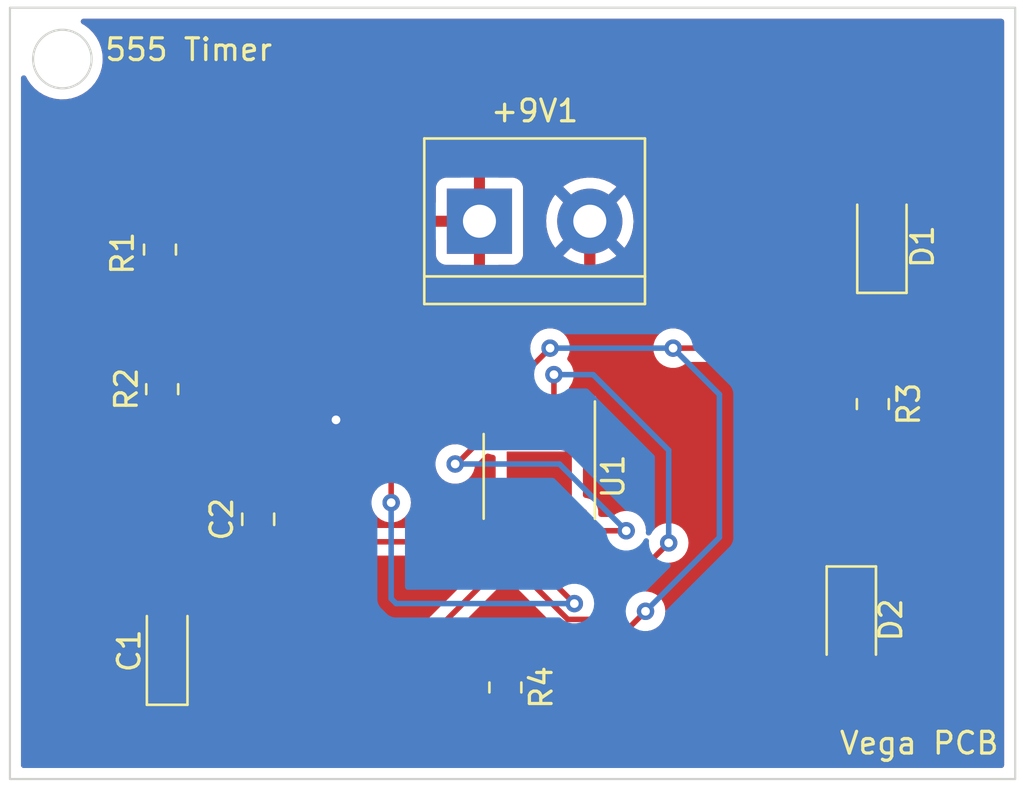
<source format=kicad_pcb>
(kicad_pcb (version 20211014) (generator pcbnew)
  (layers (0 "F.Cu" signal) (31 "B.Cu" signal) (34 "B.Paste" user) (35 "F.Paste" user) (36 "B.SilkS" user "B.Silkscreen") (37 "F.SilkS" user "F.Silkscreen") (38 "B.Mask" user) (39 "F.Mask" user) (44 "Edge.Cuts" user))
  (net 0 "")
  (net 1 "+9V")
  (net 2 "GND")
  (net 3 "Net-(C2-Pad1)")
  (net 4 "/pin_2")
  (net 5 "Net-(D1-Pad1)")
  (net 6 "/pin_7")
  (net 7 "/pin_3")
  (net 8 "Net-(R4-Pad2)")
  (footprint "Resistor_SMD:R_0805_2012Metric_Pad1.20x1.40mm_HandSolder" (layer "F.Cu") (at 205.613 122.7168 -90)
    (fp_text reference "R1" (at 0.1684 1.7272 90) (layer "F.SilkS"))
    (fp_text value "1k")
    (fp_line (start -0.227064 0.735) (end 0.227064 0.735) (layer "F.SilkS") (width 0.12))
    (fp_line (start -0.227064 -0.735) (end 0.227064 -0.735) (layer "F.SilkS") (width 0.12))
    (pad "1" smd roundrect (at -1 0 270) (size 1.2 1.4) (layers "F.Cu" "F.Paste" "F.Mask") (roundrect_rratio 0.2083333333) (net 1 "+9V"))
    (pad "2" smd roundrect (at 1 0 270) (size 1.2 1.4) (layers "F.Cu" "F.Paste" "F.Mask") (roundrect_rratio 0.2083333333) (net 6 "/pin_7"))
  )
  (footprint "Package_SO:SOIC-8-1EP_3.9x4.9mm_P1.27mm_EP2.29x3mm" (layer "F.Cu") (at 223.0748 133.158 -90)
    (fp_text reference "U1" (at 0 -3.4 90) (layer "F.SilkS"))
    (fp_text value "U1")
    (fp_line (start 0 -2.56) (end 1.95 -2.56) (layer "F.SilkS") (width 0.12))
    (fp_line (start 0 2.56) (end 1.95 2.56) (layer "F.SilkS") (width 0.12))
    (fp_line (start 0 2.56) (end -1.95 2.56) (layer "F.SilkS") (width 0.12))
    (fp_line (start 0 -2.56) (end -3.45 -2.56) (layer "F.SilkS") (width 0.12))
    (pad "1" smd roundrect (at -2.475 -1.905 270) (size 1.95 0.6) (layers "F.Cu" "F.Paste" "F.Mask") (net 2 "GND"))
    (pad "2" smd roundrect (at -2.475 -0.635 270) (size 1.95 0.6) (layers "F.Cu" "F.Paste" "F.Mask") (net 4 "/pin_2"))
    (pad "3" smd roundrect (at -2.475 0.635 270) (size 1.95 0.6) (layers "F.Cu" "F.Paste" "F.Mask") (net 7 "/pin_3"))
    (pad "4" smd roundrect (at -2.475 1.905 270) (size 1.95 0.6) (layers "F.Cu" "F.Paste" "F.Mask") (net 1 "+9V"))
    (pad "5" smd roundrect (at 2.475 1.905 270) (size 1.95 0.6) (layers "F.Cu" "F.Paste" "F.Mask") (net 3 "Net-(C2-Pad1)"))
    (pad "6" smd roundrect (at 2.475 0.635 270) (size 1.95 0.6) (layers "F.Cu" "F.Paste" "F.Mask") (net 4 "/pin_2"))
    (pad "7" smd roundrect (at 2.475 -0.635 270) (size 1.95 0.6) (layers "F.Cu" "F.Paste" "F.Mask") (net 6 "/pin_7"))
    (pad "8" smd roundrect (at 2.475 -1.905 270) (size 1.95 0.6) (layers "F.Cu" "F.Paste" "F.Mask") (net 1 "+9V"))
    (pad "9" smd rect (at 0 0 270) (size 2.29 3) (layers "F.Cu" "F.Mask"))
  )
  (footprint "LED_SMD:LED_1206_3216Metric_Pad1.42x1.75mm_HandSolder" (layer "F.Cu") (at 237.4392 139.7651 -90)
    (fp_text reference "D2" (at 0 -1.82 90) (layer "F.SilkS"))
    (fp_text value "LED")
    (fp_line (start 1.6 -1.135) (end -2.46 -1.135) (layer "F.SilkS") (width 0.12))
    (fp_line (start -2.46 -1.135) (end -2.46 1.135) (layer "F.SilkS") (width 0.12))
    (fp_line (start -2.46 1.135) (end 1.6 1.135) (layer "F.SilkS") (width 0.12))
    (pad "1" smd roundrect (at -1.4875 0 270) (size 1.425 1.75) (layers "F.Cu" "F.Paste" "F.Mask") (roundrect_rratio 0.1754392982) (net 2 "GND"))
    (pad "2" smd roundrect (at 1.4875 0 270) (size 1.425 1.75) (layers "F.Cu" "F.Paste" "F.Mask") (roundrect_rratio 0.1754392982) (net 8 "Net-(R4-Pad2)"))
  )
  (footprint "Capacitor_Tantalum_SMD:CP_EIA-3216-18_Kemet-A_Pad1.58x1.35mm_HandSolder" (layer "F.Cu") (at 205.9432 141.1883 90)
    (fp_text reference "C1" (at 0 -1.75 90) (layer "F.SilkS"))
    (fp_text value "10µF")
    (fp_line (start 1.6 -0.935) (end -2.485 -0.935) (layer "F.SilkS") (width 0.12))
    (fp_line (start -2.485 0.935) (end 1.6 0.935) (layer "F.SilkS") (width 0.12))
    (fp_line (start -2.485 -0.935) (end -2.485 0.935) (layer "F.SilkS") (width 0.12))
    (pad "1" smd roundrect (at -1.4375 0 90) (size 1.575 1.35) (layers "F.Cu" "F.Paste" "F.Mask") (roundrect_rratio 0.1851851852) (net 4 "/pin_2"))
    (pad "2" smd roundrect (at 1.4375 0 90) (size 1.575 1.35) (layers "F.Cu" "F.Paste" "F.Mask") (roundrect_rratio 0.1851851852) (net 2 "GND"))
  )
  (footprint "Resistor_SMD:R_0805_2012Metric_Pad1.20x1.40mm_HandSolder" (layer "F.Cu") (at 238.4298 129.8288 -90)
    (fp_text reference "R3" (at 0 -1.65 90) (layer "F.SilkS"))
    (fp_text value "1k")
    (fp_line (start -0.227064 0.735) (end 0.227064 0.735) (layer "F.SilkS") (width 0.12))
    (fp_line (start -0.227064 -0.735) (end 0.227064 -0.735) (layer "F.SilkS") (width 0.12))
    (pad "1" smd roundrect (at -1 0 270) (size 1.2 1.4) (layers "F.Cu" "F.Paste" "F.Mask") (roundrect_rratio 0.2083333333) (net 5 "Net-(D1-Pad1)"))
    (pad "2" smd roundrect (at 1 0 270) (size 1.2 1.4) (layers "F.Cu" "F.Paste" "F.Mask") (roundrect_rratio 0.2083333333) (net 7 "/pin_3"))
  )
  (footprint "LED_SMD:LED_1206_3216Metric_Pad1.42x1.75mm_HandSolder" (layer "F.Cu") (at 238.8473 122.2502 90)
    (fp_text reference "D1" (at -0.3302 1.8685 90) (layer "F.SilkS"))
    (fp_text value "LED")
    (fp_line (start -2.46 -1.135) (end -2.46 1.135) (layer "F.SilkS") (width 0.12))
    (fp_line (start 1.6 -1.135) (end -2.46 -1.135) (layer "F.SilkS") (width 0.12))
    (fp_line (start -2.46 1.135) (end 1.6 1.135) (layer "F.SilkS") (width 0.12))
    (pad "1" smd roundrect (at -1.4875 0 90) (size 1.425 1.75) (layers "F.Cu" "F.Paste" "F.Mask") (roundrect_rratio 0.1754392982) (net 5 "Net-(D1-Pad1)"))
    (pad "2" smd roundrect (at 1.4875 0 90) (size 1.425 1.75) (layers "F.Cu" "F.Paste" "F.Mask") (roundrect_rratio 0.1754392982) (net 1 "+9V"))
  )
  (footprint "Resistor_SMD:R_0805_2012Metric_Pad1.20x1.40mm_HandSolder" (layer "F.Cu") (at 205.7146 129.143 90)
    (fp_text reference "R2" (at 0 -1.65 90) (layer "F.SilkS"))
    (fp_text value "10k")
    (fp_line (start -0.227064 -0.735) (end 0.227064 -0.735) (layer "F.SilkS") (width 0.12))
    (fp_line (start -0.227064 0.735) (end 0.227064 0.735) (layer "F.SilkS") (width 0.12))
    (pad "1" smd roundrect (at -1 0 90) (size 1.2 1.4) (layers "F.Cu" "F.Paste" "F.Mask") (roundrect_rratio 0.2083333333) (net 6 "/pin_7"))
    (pad "2" smd roundrect (at 1 0 90) (size 1.2 1.4) (layers "F.Cu" "F.Paste" "F.Mask") (roundrect_rratio 0.2083333333) (net 4 "/pin_2"))
  )
  (footprint "Resistor_SMD:R_0805_2012Metric_Pad1.20x1.40mm_HandSolder" (layer "F.Cu") (at 221.5134 142.875 -90)
    (fp_text reference "R4" (at 0 -1.65 90) (layer "F.SilkS"))
    (fp_text value "1k")
    (fp_line (start -0.227064 -0.735) (end 0.227064 -0.735) (layer "F.SilkS") (width 0.12))
    (fp_line (start -0.227064 0.735) (end 0.227064 0.735) (layer "F.SilkS") (width 0.12))
    (pad "1" smd roundrect (at -1 0 270) (size 1.2 1.4) (layers "F.Cu" "F.Paste" "F.Mask") (roundrect_rratio 0.2083333333) (net 7 "/pin_3"))
    (pad "2" smd roundrect (at 1 0 270) (size 1.2 1.4) (layers "F.Cu" "F.Paste" "F.Mask") (roundrect_rratio 0.2083333333) (net 8 "Net-(R4-Pad2)"))
  )
  (footprint "TerminalBlock:TerminalBlock_bornier-2_P5.08mm" (layer "F.Cu") (at 220.3196 121.412)
    (fp_text reference "+9V1" (at 2.54 -5.08) (layer "F.SilkS"))
    (fp_text value "Conn_01x02_Male")
    (fp_line (start -2.54 3.81) (end 7.62 3.81) (layer "F.SilkS") (width 0.12))
    (fp_line (start 7.62 2.54) (end -2.54 2.54) (layer "F.SilkS") (width 0.12))
    (fp_line (start 7.62 -3.81) (end -2.54 -3.81) (layer "F.SilkS") (width 0.12))
    (fp_line (start -2.54 -3.81) (end -2.54 3.81) (layer "F.SilkS") (width 0.12))
    (fp_line (start 7.62 3.81) (end 7.62 -3.81) (layer "F.SilkS") (width 0.12))
    (pad "1" thru_hole rect (at 0 0) (size 3 3) (drill 1.52) (layers *.Cu *.Mask) (net 1 "+9V"))
    (pad "2" thru_hole circle (at 5.08 0) (size 3 3) (drill 1.52) (layers *.Cu *.Mask) (net 2 "GND"))
  )
  (footprint "Capacitor_SMD:C_0805_2012Metric_Pad1.18x1.45mm_HandSolder" (layer "F.Cu") (at 210.1342 135.1319 90)
    (fp_text reference "C2" (at 0 -1.68 90) (layer "F.SilkS"))
    (fp_text value "0.01µF")
    (fp_line (start -0.261252 -0.735) (end 0.261252 -0.735) (layer "F.SilkS") (width 0.12))
    (fp_line (start -0.261252 0.735) (end 0.261252 0.735) (layer "F.SilkS") (width 0.12))
    (pad "1" smd roundrect (at -1.0375 0 90) (size 1.175 1.45) (layers "F.Cu" "F.Paste" "F.Mask") (roundrect_rratio 0.2127659574) (net 3 "Net-(C2-Pad1)"))
    (pad "2" smd roundrect (at 1.0375 0 90) (size 1.175 1.45) (layers "F.Cu" "F.Paste" "F.Mask") (roundrect_rratio 0.2127659574) (net 2 "GND"))
  )
  (gr_circle (center 201.1172 113.9444) (end 202.465316 113.9444) (layer "Edge.Cuts") (width 0.1) (fill none))
  (gr_rect (start 198.7042 111.5822) (end 244.983 147.0914) (layer "Edge.Cuts") (width 0.1) (fill none))
  (gr_text "Vega PCB" (at 240.5634 145.4404) (layer "F.SilkS") (effects (font (size 1 1))))
  (gr_text "555 Timer" (at 206.9338 113.5126) (layer "F.SilkS") (effects (font (size 1 1))))
  (segment (start 220.3196 113.792) (end 231.8766 113.792) (width 0.508) (layer "F.Cu") (net 1))
  (segment (start 219.202 132.588) (end 219.2648 132.588) (width 0.254) (layer "F.Cu") (net 1))
  (segment (start 205.9178 121.412) (end 205.613 121.7168) (width 0.508) (layer "F.Cu") (net 1))
  (segment (start 225.0082 135.6614) (end 227.076 135.6614) (width 0.254) (layer "F.Cu") (net 1))
  (segment (start 220.3196 129.8328) (end 221.1698 130.683) (width 0.508) (layer "F.Cu") (net 1))
  (segment (start 220.3196 121.412) (end 205.9178 121.412) (width 0.508) (layer "F.Cu") (net 1))
  (segment (start 224.9798 135.633) (end 225.0082 135.6614) (width 0.254) (layer "F.Cu") (net 1))
  (segment (start 220.3196 121.412) (end 220.3196 129.8328) (width 0.508) (layer "F.Cu") (net 1))
  (segment (start 220.3196 121.412) (end 220.3196 113.792) (width 0.508) (layer "F.Cu") (net 1))
  (segment (start 219.2648 132.588) (end 221.1698 130.683) (width 0.254) (layer "F.Cu") (net 1))
  (segment (start 231.8766 113.792) (end 238.8473 120.7627) (width 0.508) (layer "F.Cu") (net 1))
  (via (at 219.202 132.588) (size 0.8) (drill 0.4) (layers "F.Cu" "B.Cu") (net 1))
  (via (at 227.076 135.6614) (size 0.8) (drill 0.4) (layers "F.Cu" "B.Cu") (net 1))
  (segment (start 224.0026 132.588) (end 219.202 132.588) (width 0.254) (layer "B.Cu") (net 1))
  (segment (start 227.076 135.6614) (end 224.0026 132.588) (width 0.254) (layer "B.Cu") (net 1))
  (segment (start 232.5744 138.2776) (end 224.9798 130.683) (width 0.254) (layer "F.Cu") (net 2))
  (segment (start 210.1596 130.6322) (end 210.2358 130.556) (width 0.254) (layer "F.Cu") (net 2))
  (segment (start 210.1342 134.0944) (end 210.1596 134.069) (width 0.254) (layer "F.Cu") (net 2))
  (segment (start 225.3996 121.412) (end 225.3996 126.238) (width 0.508) (layer "F.Cu") (net 2))
  (segment (start 225.3996 126.238) (end 237.4392 138.2776) (width 0.508) (layer "F.Cu") (net 2))
  (segment (start 225.3996 130.2632) (end 224.9798 130.683) (width 0.508) (layer "F.Cu") (net 2))
  (segment (start 205.9432 138.2854) (end 210.1342 134.0944) (width 0.254) (layer "F.Cu") (net 2))
  (segment (start 210.1596 134.069) (end 210.1596 130.6322) (width 0.254) (layer "F.Cu") (net 2))
  (segment (start 205.9432 139.7508) (end 205.9432 138.2854) (width 0.254) (layer "F.Cu") (net 2))
  (segment (start 210.2358 130.556) (end 213.7156 130.556) (width 0.254) (layer "F.Cu") (net 2))
  (segment (start 237.4392 138.2776) (end 232.5744 138.2776) (width 0.254) (layer "F.Cu") (net 2))
  (segment (start 225.3996 121.412) (end 225.3996 130.2632) (width 0.508) (layer "F.Cu") (net 2))
  (via (at 213.7156 130.556) (size 0.8) (drill 0.4) (layers "F.Cu" "B.Cu") (net 2))
  (segment (start 213.7156 130.556) (end 216.2556 130.556) (width 0.254) (layer "B.Cu") (net 2))
  (segment (start 216.2556 130.556) (end 225.3996 121.412) (width 0.254) (layer "B.Cu") (net 2))
  (segment (start 210.1342 136.1694) (end 220.6334 136.1694) (width 0.254) (layer "F.Cu") (net 3))
  (segment (start 220.6334 136.1694) (end 221.1698 135.633) (width 0.254) (layer "F.Cu") (net 3))
  (segment (start 215.946 142.6258) (end 222.4398 136.132) (width 0.254) (layer "F.Cu") (net 4))
  (segment (start 222.4398 136.132) (end 222.4398 135.633) (width 0.254) (layer "F.Cu") (net 4))
  (segment (start 204.6876 141.3702) (end 204.6876 129.17) (width 0.254) (layer "F.Cu") (net 4))
  (segment (start 224.387266 139.7412) (end 225.5108 139.7412) (width 0.254) (layer "F.Cu") (net 4))
  (segment (start 223.7486 128.4732) (end 223.7486 130.6442) (width 0.254) (layer "F.Cu") (net 4))
  (segment (start 205.9432 142.6258) (end 204.6876 141.3702) (width 0.254) (layer "F.Cu") (net 4))
  (segment (start 225.5108 139.7412) (end 229.0318 136.2202) (width 0.254) (layer "F.Cu") (net 4))
  (segment (start 204.6876 129.17) (end 205.7146 128.143) (width 0.254) (layer "F.Cu") (net 4))
  (segment (start 205.9432 142.6258) (end 215.946 142.6258) (width 0.254) (layer "F.Cu") (net 4))
  (segment (start 222.4398 135.633) (end 222.4398 137.793734) (width 0.254) (layer "F.Cu") (net 4))
  (segment (start 222.4398 137.793734) (end 224.387266 139.7412) (width 0.254) (layer "F.Cu") (net 4))
  (segment (start 223.7486 130.6442) (end 223.7098 130.683) (width 0.254) (layer "F.Cu") (net 4))
  (via (at 223.7486 128.4732) (size 0.8) (drill 0.4) (layers "F.Cu" "B.Cu") (net 4))
  (via (at 229.0318 136.2202) (size 0.8) (drill 0.4) (layers "F.Cu" "B.Cu") (net 4))
  (segment (start 225.552 128.4732) (end 223.7486 128.4732) (width 0.254) (layer "B.Cu") (net 4))
  (segment (start 229.0318 131.953) (end 225.552 128.4732) (width 0.254) (layer "B.Cu") (net 4))
  (segment (start 229.0318 136.2202) (end 229.0318 131.953) (width 0.254) (layer "B.Cu") (net 4))
  (segment (start 238.8473 123.7377) (end 238.4298 124.1552) (width 0.254) (layer "F.Cu") (net 5))
  (segment (start 238.4298 124.1552) (end 238.4298 128.8288) (width 0.254) (layer "F.Cu") (net 5))
  (segment (start 205.7146 130.143) (end 206.7416 129.116) (width 0.254) (layer "F.Cu") (net 6))
  (segment (start 224.6884 139.0142) (end 223.7098 138.0356) (width 0.254) (layer "F.Cu") (net 6))
  (segment (start 206.7416 129.116) (end 214.9172 129.116) (width 0.254) (layer "F.Cu") (net 6))
  (segment (start 216.2556 130.4544) (end 216.2556 134.366) (width 0.254) (layer "F.Cu") (net 6))
  (segment (start 223.7098 138.0356) (end 223.7098 135.633) (width 0.254) (layer "F.Cu") (net 6))
  (segment (start 206.7416 129.116) (end 206.7416 124.8454) (width 0.254) (layer "F.Cu") (net 6))
  (segment (start 206.7416 124.8454) (end 205.613 123.7168) (width 0.254) (layer "F.Cu") (net 6))
  (segment (start 214.9172 129.116) (end 216.2556 130.4544) (width 0.254) (layer "F.Cu") (net 6))
  (via (at 224.6884 139.0142) (size 0.8) (drill 0.4) (layers "F.Cu" "B.Cu") (net 6))
  (via (at 216.2556 134.366) (size 0.8) (drill 0.4) (layers "F.Cu" "B.Cu") (net 6))
  (segment (start 216.2556 138.7856) (end 216.4842 139.0142) (width 0.254) (layer "B.Cu") (net 6))
  (segment (start 216.4842 139.0142) (end 224.6884 139.0142) (width 0.254) (layer "B.Cu") (net 6))
  (segment (start 216.2556 134.366) (end 216.2556 138.7856) (width 0.254) (layer "B.Cu") (net 6))
  (segment (start 234.855 127.254) (end 238.4298 130.8288) (width 0.254) (layer "F.Cu") (net 7))
  (segment (start 229.235 127.254) (end 234.855 127.254) (width 0.254) (layer "F.Cu") (net 7))
  (segment (start 227.965 139.3698) (end 225.4598 141.875) (width 0.254) (layer "F.Cu") (net 7))
  (segment (start 222.4398 128.385) (end 223.5708 127.254) (width 0.254) (layer "F.Cu") (net 7))
  (segment (start 222.4398 130.683) (end 222.4398 128.385) (width 0.254) (layer "F.Cu") (net 7))
  (segment (start 225.4598 141.875) (end 221.5134 141.875) (width 0.254) (layer "F.Cu") (net 7))
  (via (at 223.5708 127.254) (size 0.8) (drill 0.4) (layers "F.Cu" "B.Cu") (net 7))
  (via (at 227.965 139.3698) (size 0.8) (drill 0.4) (layers "F.Cu" "B.Cu") (net 7))
  (via (at 229.235 127.254) (size 0.8) (drill 0.4) (layers "F.Cu" "B.Cu") (net 7))
  (segment (start 223.5708 127.254) (end 229.235 127.254) (width 0.254) (layer "B.Cu") (net 7))
  (segment (start 227.965 139.3698) (end 231.3686 135.9662) (width 0.254) (layer "B.Cu") (net 7))
  (segment (start 231.3686 129.3876) (end 229.235 127.254) (width 0.254) (layer "B.Cu") (net 7))
  (segment (start 231.3686 135.9662) (end 231.3686 129.3876) (width 0.254) (layer "B.Cu") (net 7))
  (segment (start 234.5976 144.0942) (end 221.7326 144.0942) (width 0.254) (layer "F.Cu") (net 8))
  (segment (start 237.4392 141.2526) (end 234.5976 144.0942) (width 0.254) (layer "F.Cu") (net 8))
  (segment (start 221.7326 144.0942) (end 221.5134 143.875) (width 0.254) (layer "F.Cu") (net 8))
  (zone (net 2) (net_name "GND") (layer "F.Cu") (connect_pads (clearance 0.508)) (min_thickness 0.254) (fill yes (thermal_gap 0.508) (thermal_bridge_width 0.508))
    (polygon (pts (xy 245.2116 111.3282) (xy 245.2116 147.3454) (xy 198.501 147.3962) (xy 198.3486 147.3962) (xy 198.3994 111.2266)))
  )
  (zone (net 2) (net_name "GND") (layer "B.Cu") (connect_pads (clearance 0.508)) (min_thickness 0.254) (fill yes (thermal_gap 0.508) (thermal_bridge_width 0.508))
    (polygon (pts (xy 245.2116 147.4978) (xy 198.4502 147.3962) (xy 198.247 111.4298) (xy 245.3894 111.2266)))
  )
)
</source>
